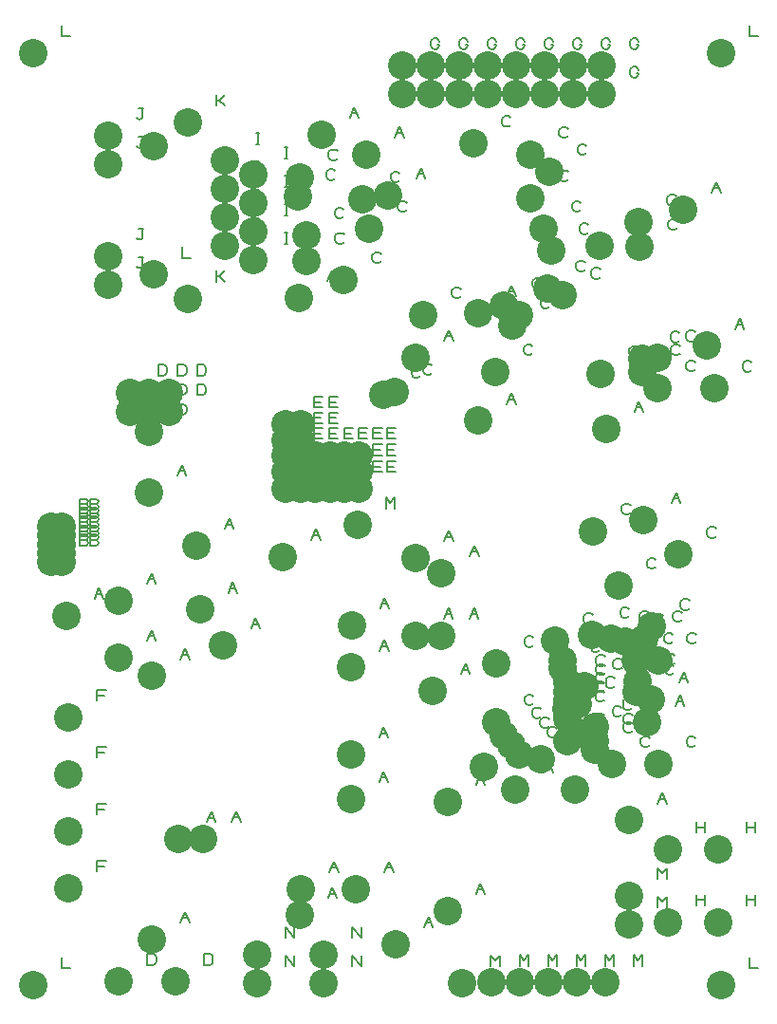
<source format=gbr>
G04 DesignSpark PCB Gerber Version 11.0 Build 5877*
G04 #@! TF.Part,Single*
G04 #@! TF.FileFunction,Drillmap*
G04 #@! TF.FilePolarity,Positive*
%FSLAX35Y35*%
%MOMM*%
%ADD88C,0.12700*%
G04 #@! TA.AperFunction,ViaPad*
%ADD117C,2.54000*%
G04 #@! TD.AperFunction*
X0Y0D02*
D02*
D88*
X572310Y564690D02*
Y469440D01*
X651690D01*
X572310Y8884690D02*
Y8789440D01*
X651690D01*
X792870Y4292070D02*
X808750Y4284130D01*
X816690Y4268260D01*
X808750Y4252380D01*
X792870Y4244440D01*
X737310D01*
Y4339690D01*
X792870D01*
X808750Y4331760D01*
X816690Y4315880D01*
X808750Y4300010D01*
X792870Y4292070D01*
X737310D01*
X792870Y4372070D02*
X808750Y4364130D01*
X816690Y4348260D01*
X808750Y4332380D01*
X792870Y4324440D01*
X737310D01*
Y4419690D01*
X792870D01*
X808750Y4411760D01*
X816690Y4395880D01*
X808750Y4380010D01*
X792870Y4372070D01*
X737310D01*
X792870Y4452070D02*
X808750Y4444130D01*
X816690Y4428260D01*
X808750Y4412380D01*
X792870Y4404440D01*
X737310D01*
Y4499690D01*
X792870D01*
X808750Y4491760D01*
X816690Y4475880D01*
X808750Y4460010D01*
X792870Y4452070D01*
X737310D01*
X792870Y4532070D02*
X808750Y4524130D01*
X816690Y4508260D01*
X808750Y4492380D01*
X792870Y4484440D01*
X737310D01*
Y4579690D01*
X792870D01*
X808750Y4571760D01*
X816690Y4555880D01*
X808750Y4540010D01*
X792870Y4532070D01*
X737310D01*
X792870Y4612070D02*
X808750Y4604130D01*
X816690Y4588260D01*
X808750Y4572380D01*
X792870Y4564440D01*
X737310D01*
Y4659690D01*
X792870D01*
X808750Y4651760D01*
X816690Y4635880D01*
X808750Y4620010D01*
X792870Y4612070D01*
X737310D01*
X882870Y4292070D02*
X898750Y4284130D01*
X906690Y4268260D01*
X898750Y4252380D01*
X882870Y4244440D01*
X827310D01*
Y4339690D01*
X882870D01*
X898750Y4331760D01*
X906690Y4315880D01*
X898750Y4300010D01*
X882870Y4292070D01*
X827310D01*
X882870Y4372070D02*
X898750Y4364130D01*
X906690Y4348260D01*
X898750Y4332380D01*
X882870Y4324440D01*
X827310D01*
Y4419690D01*
X882870D01*
X898750Y4411760D01*
X906690Y4395880D01*
X898750Y4380010D01*
X882870Y4372070D01*
X827310D01*
X882870Y4452070D02*
X898750Y4444130D01*
X906690Y4428260D01*
X898750Y4412380D01*
X882870Y4404440D01*
X827310D01*
Y4499690D01*
X882870D01*
X898750Y4491760D01*
X906690Y4475880D01*
X898750Y4460010D01*
X882870Y4452070D01*
X827310D01*
X882870Y4532070D02*
X898750Y4524130D01*
X906690Y4508260D01*
X898750Y4492380D01*
X882870Y4484440D01*
X827310D01*
Y4579690D01*
X882870D01*
X898750Y4571760D01*
X906690Y4555880D01*
X898750Y4540010D01*
X882870Y4532070D01*
X827310D01*
X882870Y4612070D02*
X898750Y4604130D01*
X906690Y4588260D01*
X898750Y4572380D01*
X882870Y4564440D01*
X827310D01*
Y4659690D01*
X882870D01*
X898750Y4651760D01*
X906690Y4635880D01*
X898750Y4620010D01*
X882870Y4612070D01*
X827310D01*
X869810Y3769440D02*
X909500Y3864690D01*
X949190Y3769440D01*
X885690Y3809130D02*
X933310D01*
X892310Y1335440D02*
Y1430690D01*
X971690D01*
X955810Y1383070D02*
X892310D01*
Y1843440D02*
Y1938690D01*
X971690D01*
X955810Y1891070D02*
X892310D01*
Y2351440D02*
Y2446690D01*
X971690D01*
X955810Y2399070D02*
X892310D01*
Y2859440D02*
Y2954690D01*
X971690D01*
X955810Y2907070D02*
X892310D01*
X1244350Y6734040D02*
X1252290Y6726100D01*
X1268160Y6718160D01*
X1284040Y6726100D01*
X1291980Y6734040D01*
Y6813410D01*
X1307850D01*
X1291980D02*
X1260230D01*
X1244350Y6988040D02*
X1252290Y6980100D01*
X1268160Y6972160D01*
X1284040Y6980100D01*
X1291980Y6988040D01*
Y7067410D01*
X1307850D01*
X1291980D02*
X1260230D01*
X1244350Y7808040D02*
X1252290Y7800100D01*
X1268160Y7792160D01*
X1284040Y7800100D01*
X1291980Y7808040D01*
Y7887410D01*
X1307850D01*
X1291980D02*
X1260230D01*
X1244350Y8062040D02*
X1252290Y8054100D01*
X1268160Y8046160D01*
X1284040Y8054100D01*
X1291980Y8062040D01*
Y8141410D01*
X1307850D01*
X1291980D02*
X1260230D01*
X1338310Y3395200D02*
X1378000Y3490450D01*
X1417690Y3395200D01*
X1354190Y3434890D02*
X1401810D01*
X1338310Y3903200D02*
X1378000Y3998450D01*
X1417690Y3903200D01*
X1354190Y3942890D02*
X1401810D01*
X1342310Y501940D02*
Y597190D01*
X1389940D01*
X1405810Y589260D01*
X1413750Y581320D01*
X1421690Y565440D01*
Y533690D01*
X1413750Y517820D01*
X1405810Y509880D01*
X1389940Y501940D01*
X1342310D01*
X1437310Y5584440D02*
Y5679690D01*
X1484940D01*
X1500810Y5671760D01*
X1508750Y5663820D01*
X1516690Y5647940D01*
Y5616190D01*
X1508750Y5600320D01*
X1500810Y5592380D01*
X1484940Y5584440D01*
X1437310D01*
Y5759440D02*
Y5854690D01*
X1484940D01*
X1500810Y5846760D01*
X1508750Y5838820D01*
X1516690Y5822940D01*
Y5791190D01*
X1508750Y5775320D01*
X1500810Y5767380D01*
X1484940Y5759440D01*
X1437310D01*
X1609810Y4869440D02*
X1649500Y4964690D01*
X1689190Y4869440D01*
X1625690Y4909130D02*
X1673310D01*
X1612310Y5409440D02*
Y5504690D01*
X1659940D01*
X1675810Y5496760D01*
X1683750Y5488820D01*
X1691690Y5472940D01*
Y5441190D01*
X1683750Y5425320D01*
X1675810Y5417380D01*
X1659940Y5409440D01*
X1612310D01*
Y5584440D02*
Y5679690D01*
X1659940D01*
X1675810Y5671760D01*
X1683750Y5663820D01*
X1691690Y5647940D01*
Y5616190D01*
X1683750Y5600320D01*
X1675810Y5592380D01*
X1659940Y5584440D01*
X1612310D01*
Y5759440D02*
Y5854690D01*
X1659940D01*
X1675810Y5846760D01*
X1683750Y5838820D01*
X1691690Y5822940D01*
Y5791190D01*
X1683750Y5775320D01*
X1675810Y5767380D01*
X1659940Y5759440D01*
X1612310D01*
X1637310Y881940D02*
X1677000Y977190D01*
X1716690Y881940D01*
X1653190Y921630D02*
X1700810D01*
X1637310Y3229440D02*
X1677000Y3324690D01*
X1716690Y3229440D01*
X1653190Y3269130D02*
X1700810D01*
X1650350Y6905910D02*
Y6810660D01*
X1729730D01*
X1650350Y8048910D02*
Y7953660D01*
X1729730D01*
X1787310Y5584440D02*
Y5679690D01*
X1834940D01*
X1850810Y5671760D01*
X1858750Y5663820D01*
X1866690Y5647940D01*
Y5616190D01*
X1858750Y5600320D01*
X1850810Y5592380D01*
X1834940Y5584440D01*
X1787310D01*
Y5759440D02*
Y5854690D01*
X1834940D01*
X1850810Y5846760D01*
X1858750Y5838820D01*
X1866690Y5822940D01*
Y5791190D01*
X1858750Y5775320D01*
X1850810Y5767380D01*
X1834940Y5759440D01*
X1787310D01*
X1847310Y501940D02*
Y597190D01*
X1894940D01*
X1910810Y589260D01*
X1918750Y581320D01*
X1926690Y565440D01*
Y533690D01*
X1918750Y517820D01*
X1910810Y509880D01*
X1894940Y501940D01*
X1847310D01*
X1870350Y1774440D02*
X1910040Y1869690D01*
X1949730Y1774440D01*
X1886230Y1814130D02*
X1933850D01*
X1955350Y6597160D02*
Y6692410D01*
Y6644790D02*
X1979160D01*
X2034730Y6692410D01*
X1979160Y6644790D02*
X2034730Y6597160D01*
X1955350Y8167160D02*
Y8262410D01*
Y8214790D02*
X1979160D01*
X2034730Y8262410D01*
X1979160Y8214790D02*
X2034730Y8167160D01*
X2032310Y4391940D02*
X2072000Y4487190D01*
X2111690Y4391940D01*
X2048190Y4431630D02*
X2095810D01*
X2064810Y3821940D02*
X2104500Y3917190D01*
X2144190Y3821940D01*
X2080690Y3861630D02*
X2128310D01*
X2095350Y1779440D02*
X2135040Y1874690D01*
X2174730Y1779440D01*
X2111230Y1819130D02*
X2158850D01*
X2267310Y3501940D02*
X2307000Y3597190D01*
X2346690Y3501940D01*
X2283190Y3541630D02*
X2330810D01*
X2309160Y7064660D02*
X2340910D01*
X2325040D02*
Y7159910D01*
X2309160D02*
X2340910D01*
X2309160Y7318660D02*
X2340910D01*
X2325040D02*
Y7413910D01*
X2309160D02*
X2340910D01*
X2309160Y7572660D02*
X2340910D01*
X2325040D02*
Y7667910D01*
X2309160D02*
X2340910D01*
X2309160Y7826660D02*
X2340910D01*
X2325040D02*
Y7921910D01*
X2309160D02*
X2340910D01*
X2563160Y6937660D02*
X2594910D01*
X2579040D02*
Y7032910D01*
X2563160D02*
X2594910D01*
X2563160Y7191660D02*
X2594910D01*
X2579040D02*
Y7286910D01*
X2563160D02*
X2594910D01*
X2563160Y7445660D02*
X2594910D01*
X2579040D02*
Y7540910D01*
X2563160D02*
X2594910D01*
X2563160Y7699660D02*
X2594910D01*
X2579040D02*
Y7794910D01*
X2563160D02*
X2594910D01*
X2570350Y487160D02*
Y582410D01*
X2649730Y487160D01*
Y582410D01*
X2570350Y741160D02*
Y836410D01*
X2649730Y741160D01*
Y836410D01*
X2807310Y4294440D02*
X2847000Y4389690D01*
X2886690Y4294440D01*
X2823190Y4334130D02*
X2870810D01*
X2827310Y4899440D02*
Y4994690D01*
X2906690D01*
X2890810Y4947070D02*
X2827310D01*
Y4899440D02*
X2906690D01*
X2827310Y5054440D02*
Y5149690D01*
X2906690D01*
X2890810Y5102070D02*
X2827310D01*
Y5054440D02*
X2906690D01*
X2827310Y5194440D02*
Y5289690D01*
X2906690D01*
X2890810Y5242070D02*
X2827310D01*
Y5194440D02*
X2906690D01*
X2827310Y5334440D02*
Y5429690D01*
X2906690D01*
X2890810Y5382070D02*
X2827310D01*
Y5334440D02*
X2906690D01*
X2827310Y5474440D02*
Y5569690D01*
X2906690D01*
X2890810Y5522070D02*
X2827310D01*
Y5474440D02*
X2906690D01*
X3016690Y7520320D02*
X3008750Y7512380D01*
X2992870Y7504440D01*
X2969060D01*
X2953190Y7512380D01*
X2945250Y7520320D01*
X2937310Y7536190D01*
Y7567940D01*
X2945250Y7583820D01*
X2953190Y7591760D01*
X2969060Y7599690D01*
X2992870D01*
X3008750Y7591760D01*
X3016690Y7583820D01*
X2949810Y6599440D02*
X2989500Y6694690D01*
X3029190Y6599440D01*
X2965690Y6639130D02*
X3013310D01*
X2952310Y1096440D02*
X2992000Y1191690D01*
X3031690Y1096440D01*
X2968190Y1136130D02*
X3015810D01*
X2957310Y5049440D02*
Y5144690D01*
X3036690D01*
X3020810Y5097070D02*
X2957310D01*
Y5049440D02*
X3036690D01*
X3037800Y7696430D02*
X3029860Y7688490D01*
X3013980Y7680550D01*
X2990170D01*
X2974300Y7688490D01*
X2966360Y7696430D01*
X2958420Y7712300D01*
Y7744050D01*
X2966360Y7759930D01*
X2974300Y7767870D01*
X2990170Y7775800D01*
X3013980D01*
X3029860Y7767870D01*
X3037800Y7759930D01*
X2960350Y4899440D02*
Y4994690D01*
X3039730D01*
X3023850Y4947070D02*
X2960350D01*
Y4899440D02*
X3039730D01*
X2960350Y5194440D02*
Y5289690D01*
X3039730D01*
X3023850Y5242070D02*
X2960350D01*
Y5194440D02*
X3039730D01*
X2960350Y5334440D02*
Y5429690D01*
X3039730D01*
X3023850Y5382070D02*
X2960350D01*
Y5334440D02*
X3039730D01*
X2960350Y5474440D02*
Y5569690D01*
X3039730D01*
X3023850Y5522070D02*
X2960350D01*
Y5474440D02*
X3039730D01*
X2967310Y1327160D02*
X3007000Y1422410D01*
X3046690Y1327160D01*
X2983190Y1366850D02*
X3030810D01*
X3091690Y7177820D02*
X3083750Y7169880D01*
X3067870Y7161940D01*
X3044060D01*
X3028190Y7169880D01*
X3020250Y7177820D01*
X3012310Y7193690D01*
Y7225440D01*
X3020250Y7241320D01*
X3028190Y7249260D01*
X3044060Y7257190D01*
X3067870D01*
X3083750Y7249260D01*
X3091690Y7241320D01*
X3096690Y6951320D02*
X3088750Y6943380D01*
X3072870Y6935440D01*
X3049060D01*
X3033190Y6943380D01*
X3025250Y6951320D01*
X3017310Y6967190D01*
Y6998940D01*
X3025250Y7014820D01*
X3033190Y7022760D01*
X3049060Y7030690D01*
X3072870D01*
X3088750Y7022760D01*
X3096690Y7014820D01*
X3092310Y4899440D02*
Y4994690D01*
X3171690D01*
X3155810Y4947070D02*
X3092310D01*
Y4899440D02*
X3171690D01*
X3092310Y5049440D02*
Y5144690D01*
X3171690D01*
X3155810Y5097070D02*
X3092310D01*
Y5049440D02*
X3171690D01*
X3097310Y5194440D02*
Y5289690D01*
X3176690D01*
X3160810Y5242070D02*
X3097310D01*
Y5194440D02*
X3176690D01*
X3148010Y8059440D02*
X3187700Y8154690D01*
X3227390Y8059440D01*
X3163890Y8099130D02*
X3211510D01*
X3170350Y487160D02*
Y582410D01*
X3249730Y487160D01*
Y582410D01*
X3170350Y741160D02*
Y836410D01*
X3249730Y741160D01*
Y836410D01*
X3227310Y4899440D02*
Y4994690D01*
X3306690D01*
X3290810Y4947070D02*
X3227310D01*
Y4899440D02*
X3306690D01*
X3227310Y5049440D02*
Y5144690D01*
X3306690D01*
X3290810Y5097070D02*
X3227310D01*
Y5049440D02*
X3306690D01*
X3227310Y5199440D02*
Y5294690D01*
X3306690D01*
X3290810Y5247070D02*
X3227310D01*
Y5199440D02*
X3306690D01*
X3426690Y6780320D02*
X3418750Y6772380D01*
X3402870Y6764440D01*
X3379060D01*
X3363190Y6772380D01*
X3355250Y6780320D01*
X3347310Y6796190D01*
Y6827940D01*
X3355250Y6843820D01*
X3363190Y6851760D01*
X3379060Y6859690D01*
X3402870D01*
X3418750Y6851760D01*
X3426690Y6843820D01*
X3357310Y4899440D02*
Y4994690D01*
X3436690D01*
X3420810Y4947070D02*
X3357310D01*
Y4899440D02*
X3436690D01*
X3357310Y5049440D02*
Y5144690D01*
X3436690D01*
X3420810Y5097070D02*
X3357310D01*
Y5049440D02*
X3436690D01*
X3357310Y5199440D02*
Y5294690D01*
X3436690D01*
X3420810Y5247070D02*
X3357310D01*
Y5199440D02*
X3436690D01*
X3409810Y2131940D02*
X3449500Y2227190D01*
X3489190Y2131940D01*
X3425690Y2171630D02*
X3473310D01*
X3409810Y2526940D02*
X3449500Y2622190D01*
X3489190Y2526940D01*
X3425690Y2566630D02*
X3473310D01*
X3414810Y3304440D02*
X3454500Y3399690D01*
X3494190Y3304440D01*
X3430690Y3344130D02*
X3478310D01*
X3417310Y3684440D02*
X3457000Y3779690D01*
X3496690Y3684440D01*
X3433190Y3724130D02*
X3480810D01*
X3457310Y1327160D02*
X3497000Y1422410D01*
X3536690Y1327160D01*
X3473190Y1366850D02*
X3520810D01*
X3469840Y4575200D02*
Y4670450D01*
X3509530Y4622830D01*
X3549220Y4670450D01*
Y4575200D01*
X3477310Y4899440D02*
Y4994690D01*
X3556690D01*
X3540810Y4947070D02*
X3477310D01*
Y4899440D02*
X3556690D01*
X3477310Y5049440D02*
Y5144690D01*
X3556690D01*
X3540810Y5097070D02*
X3477310D01*
Y5049440D02*
X3556690D01*
X3477310Y5199440D02*
Y5294690D01*
X3556690D01*
X3540810Y5247070D02*
X3477310D01*
Y5199440D02*
X3556690D01*
X3591690Y7500320D02*
X3583750Y7492380D01*
X3567870Y7484440D01*
X3544060D01*
X3528190Y7492380D01*
X3520250Y7500320D01*
X3512310Y7516190D01*
Y7547940D01*
X3520250Y7563820D01*
X3528190Y7571760D01*
X3544060Y7579690D01*
X3567870D01*
X3583750Y7571760D01*
X3591690Y7563820D01*
X3552310Y7884440D02*
X3592000Y7979690D01*
X3631690Y7884440D01*
X3568190Y7924130D02*
X3615810D01*
X3656690Y7237820D02*
X3648750Y7229880D01*
X3632870Y7221940D01*
X3609060D01*
X3593190Y7229880D01*
X3585250Y7237820D01*
X3577310Y7253690D01*
Y7285440D01*
X3585250Y7301320D01*
X3593190Y7309260D01*
X3609060Y7317190D01*
X3632870D01*
X3648750Y7309260D01*
X3656690Y7301320D01*
X3776690Y5757820D02*
X3768750Y5749880D01*
X3752870Y5741940D01*
X3729060D01*
X3713190Y5749880D01*
X3705250Y5757820D01*
X3697310Y5773690D01*
Y5805440D01*
X3705250Y5821320D01*
X3713190Y5829260D01*
X3729060Y5837190D01*
X3752870D01*
X3768750Y5829260D01*
X3776690Y5821320D01*
X3742310Y7519440D02*
X3782000Y7614690D01*
X3821690Y7519440D01*
X3758190Y7559130D02*
X3805810D01*
X3881690Y5782820D02*
X3873750Y5774880D01*
X3857870Y5766940D01*
X3834060D01*
X3818190Y5774880D01*
X3810250Y5782820D01*
X3802310Y5798690D01*
Y5830440D01*
X3810250Y5846320D01*
X3818190Y5854260D01*
X3834060Y5862190D01*
X3857870D01*
X3873750Y5854260D01*
X3881690Y5846320D01*
X3809810Y839440D02*
X3849500Y934690D01*
X3889190Y839440D01*
X3825690Y879130D02*
X3873310D01*
X3925370Y8459130D02*
X3949190D01*
Y8451190D01*
X3941250Y8435320D01*
X3933310Y8427380D01*
X3917440Y8419440D01*
X3901560D01*
X3885690Y8427380D01*
X3877750Y8435320D01*
X3869810Y8451190D01*
Y8482940D01*
X3877750Y8498820D01*
X3885690Y8506760D01*
X3901560Y8514690D01*
X3917440D01*
X3933310Y8506760D01*
X3941250Y8498820D01*
X3949190Y8482940D01*
X3925370Y8713130D02*
X3949190D01*
Y8705190D01*
X3941250Y8689320D01*
X3933310Y8681380D01*
X3917440Y8673440D01*
X3901560D01*
X3885690Y8681380D01*
X3877750Y8689320D01*
X3869810Y8705190D01*
Y8736940D01*
X3877750Y8752820D01*
X3885690Y8760760D01*
X3901560Y8768690D01*
X3917440D01*
X3933310Y8760760D01*
X3941250Y8752820D01*
X3949190Y8736940D01*
X3989010Y3591940D02*
X4028700Y3687190D01*
X4068390Y3591940D01*
X4004890Y3631630D02*
X4052510D01*
X3990010Y4281940D02*
X4029700Y4377190D01*
X4069390Y4281940D01*
X4005890Y4321630D02*
X4053510D01*
X3992310Y6069440D02*
X4032000Y6164690D01*
X4071690Y6069440D01*
X4008190Y6109130D02*
X4055810D01*
X4136690Y6467820D02*
X4128750Y6459880D01*
X4112870Y6451940D01*
X4089060D01*
X4073190Y6459880D01*
X4065250Y6467820D01*
X4057310Y6483690D01*
Y6515440D01*
X4065250Y6531320D01*
X4073190Y6539260D01*
X4089060Y6547190D01*
X4112870D01*
X4128750Y6539260D01*
X4136690Y6531320D01*
X4179370Y8459130D02*
X4203190D01*
Y8451190D01*
X4195250Y8435320D01*
X4187310Y8427380D01*
X4171440Y8419440D01*
X4155560D01*
X4139690Y8427380D01*
X4131750Y8435320D01*
X4123810Y8451190D01*
Y8482940D01*
X4131750Y8498820D01*
X4139690Y8506760D01*
X4155560Y8514690D01*
X4171440D01*
X4187310Y8506760D01*
X4195250Y8498820D01*
X4203190Y8482940D01*
X4179370Y8713130D02*
X4203190D01*
Y8705190D01*
X4195250Y8689320D01*
X4187310Y8681380D01*
X4171440Y8673440D01*
X4155560D01*
X4139690Y8681380D01*
X4131750Y8689320D01*
X4123810Y8705190D01*
Y8736940D01*
X4131750Y8752820D01*
X4139690Y8760760D01*
X4155560Y8768690D01*
X4171440D01*
X4187310Y8760760D01*
X4195250Y8752820D01*
X4203190Y8736940D01*
X4139810Y3094440D02*
X4179500Y3189690D01*
X4219190Y3094440D01*
X4155690Y3134130D02*
X4203310D01*
X4217310Y3591940D02*
X4257000Y3687190D01*
X4296690Y3591940D01*
X4233190Y3631630D02*
X4280810D01*
X4219810Y4149440D02*
X4259500Y4244690D01*
X4299190Y4149440D01*
X4235690Y4189130D02*
X4283310D01*
X4272310Y1134440D02*
X4312000Y1229690D01*
X4351690Y1134440D01*
X4288190Y1174130D02*
X4335810D01*
X4272310Y2106940D02*
X4312000Y2202190D01*
X4351690Y2106940D01*
X4288190Y2146630D02*
X4335810D01*
X4433370Y8459130D02*
X4457190D01*
Y8451190D01*
X4449250Y8435320D01*
X4441310Y8427380D01*
X4425440Y8419440D01*
X4409560D01*
X4393690Y8427380D01*
X4385750Y8435320D01*
X4377810Y8451190D01*
Y8482940D01*
X4385750Y8498820D01*
X4393690Y8506760D01*
X4409560Y8514690D01*
X4425440D01*
X4441310Y8506760D01*
X4449250Y8498820D01*
X4457190Y8482940D01*
X4433370Y8713130D02*
X4457190D01*
Y8705190D01*
X4449250Y8689320D01*
X4441310Y8681380D01*
X4425440Y8673440D01*
X4409560D01*
X4393690Y8681380D01*
X4385750Y8689320D01*
X4377810Y8705190D01*
Y8736940D01*
X4385750Y8752820D01*
X4393690Y8760760D01*
X4409560Y8768690D01*
X4425440D01*
X4441310Y8760760D01*
X4449250Y8752820D01*
X4457190Y8736940D01*
X4405640Y491120D02*
Y586370D01*
X4445330Y538750D01*
X4485020Y586370D01*
Y491120D01*
X4584190Y7995320D02*
X4576250Y7987380D01*
X4560370Y7979440D01*
X4536560D01*
X4520690Y7987380D01*
X4512750Y7995320D01*
X4504810Y8011190D01*
Y8042940D01*
X4512750Y8058820D01*
X4520690Y8066760D01*
X4536560Y8074690D01*
X4560370D01*
X4576250Y8066760D01*
X4584190Y8058820D01*
X4549810Y5506940D02*
X4589500Y5602190D01*
X4629190Y5506940D01*
X4565690Y5546630D02*
X4613310D01*
X4549810Y6469440D02*
X4589500Y6564690D01*
X4629190Y6469440D01*
X4565690Y6509130D02*
X4613310D01*
X4602310Y2416940D02*
X4642000Y2512190D01*
X4681690Y2416940D01*
X4618190Y2456630D02*
X4665810D01*
X4687370Y8459130D02*
X4711190D01*
Y8451190D01*
X4703250Y8435320D01*
X4695310Y8427380D01*
X4679440Y8419440D01*
X4663560D01*
X4647690Y8427380D01*
X4639750Y8435320D01*
X4631810Y8451190D01*
Y8482940D01*
X4639750Y8498820D01*
X4647690Y8506760D01*
X4663560Y8514690D01*
X4679440D01*
X4695310Y8506760D01*
X4703250Y8498820D01*
X4711190Y8482940D01*
X4687370Y8713130D02*
X4711190D01*
Y8705190D01*
X4703250Y8689320D01*
X4695310Y8681380D01*
X4679440Y8673440D01*
X4663560D01*
X4647690Y8681380D01*
X4639750Y8689320D01*
X4631810Y8705190D01*
Y8736940D01*
X4639750Y8752820D01*
X4647690Y8760760D01*
X4663560Y8768690D01*
X4679440D01*
X4695310Y8760760D01*
X4703250Y8752820D01*
X4711190Y8736940D01*
X4663810Y494440D02*
Y589690D01*
X4703500Y542070D01*
X4743190Y589690D01*
Y494440D01*
X4779190Y5957820D02*
X4771250Y5949880D01*
X4755370Y5941940D01*
X4731560D01*
X4715690Y5949880D01*
X4707750Y5957820D01*
X4699810Y5973690D01*
Y6005440D01*
X4707750Y6021320D01*
X4715690Y6029260D01*
X4731560Y6037190D01*
X4755370D01*
X4771250Y6029260D01*
X4779190Y6021320D01*
X4786690Y2835320D02*
X4778750Y2827380D01*
X4762870Y2819440D01*
X4739060D01*
X4723190Y2827380D01*
X4715250Y2835320D01*
X4707310Y2851190D01*
Y2882940D01*
X4715250Y2898820D01*
X4723190Y2906760D01*
X4739060Y2914690D01*
X4762870D01*
X4778750Y2906760D01*
X4786690Y2898820D01*
Y3355320D02*
X4778750Y3347380D01*
X4762870Y3339440D01*
X4739060D01*
X4723190Y3347380D01*
X4715250Y3355320D01*
X4707310Y3371190D01*
Y3402940D01*
X4715250Y3418820D01*
X4723190Y3426760D01*
X4739060Y3434690D01*
X4762870D01*
X4778750Y3426760D01*
X4786690Y3418820D01*
X4854190Y2717820D02*
X4846250Y2709880D01*
X4830370Y2701940D01*
X4806560D01*
X4790690Y2709880D01*
X4782750Y2717820D01*
X4774810Y2733690D01*
Y2765440D01*
X4782750Y2781320D01*
X4790690Y2789260D01*
X4806560Y2797190D01*
X4830370D01*
X4846250Y2789260D01*
X4854190Y2781320D01*
Y6550320D02*
X4846250Y6542380D01*
X4830370Y6534440D01*
X4806560D01*
X4790690Y6542380D01*
X4782750Y6550320D01*
X4774810Y6566190D01*
Y6597940D01*
X4782750Y6613820D01*
X4790690Y6621760D01*
X4806560Y6629690D01*
X4830370D01*
X4846250Y6621760D01*
X4854190Y6613820D01*
X4924190Y2630320D02*
X4916250Y2622380D01*
X4900370Y2614440D01*
X4876560D01*
X4860690Y2622380D01*
X4852750Y2630320D01*
X4844810Y2646190D01*
Y2677940D01*
X4852750Y2693820D01*
X4860690Y2701760D01*
X4876560Y2709690D01*
X4900370D01*
X4916250Y2701760D01*
X4924190Y2693820D01*
X4929190Y6375320D02*
X4921250Y6367380D01*
X4905370Y6359440D01*
X4881560D01*
X4865690Y6367380D01*
X4857750Y6375320D01*
X4849810Y6391190D01*
Y6422940D01*
X4857750Y6438820D01*
X4865690Y6446760D01*
X4881560Y6454690D01*
X4905370D01*
X4921250Y6446760D01*
X4929190Y6438820D01*
X4879810Y2216940D02*
X4919500Y2312190D01*
X4959190Y2216940D01*
X4895690Y2256630D02*
X4943310D01*
X4941370Y8459130D02*
X4965190D01*
Y8451190D01*
X4957250Y8435320D01*
X4949310Y8427380D01*
X4933440Y8419440D01*
X4917560D01*
X4901690Y8427380D01*
X4893750Y8435320D01*
X4885810Y8451190D01*
Y8482940D01*
X4893750Y8498820D01*
X4901690Y8506760D01*
X4917560Y8514690D01*
X4933440D01*
X4949310Y8506760D01*
X4957250Y8498820D01*
X4965190Y8482940D01*
X4941370Y8713130D02*
X4965190D01*
Y8705190D01*
X4957250Y8689320D01*
X4949310Y8681380D01*
X4933440Y8673440D01*
X4917560D01*
X4901690Y8681380D01*
X4893750Y8689320D01*
X4885810Y8705190D01*
Y8736940D01*
X4893750Y8752820D01*
X4901690Y8760760D01*
X4917560Y8768690D01*
X4933440D01*
X4949310Y8760760D01*
X4957250Y8752820D01*
X4965190Y8736940D01*
X4994190Y2545320D02*
X4986250Y2537380D01*
X4970370Y2529440D01*
X4946560D01*
X4930690Y2537380D01*
X4922750Y2545320D01*
X4914810Y2561190D01*
Y2592940D01*
X4922750Y2608820D01*
X4930690Y2616760D01*
X4946560Y2624690D01*
X4970370D01*
X4986250Y2616760D01*
X4994190Y2608820D01*
Y6462820D02*
X4986250Y6454880D01*
X4970370Y6446940D01*
X4946560D01*
X4930690Y6454880D01*
X4922750Y6462820D01*
X4914810Y6478690D01*
Y6510440D01*
X4922750Y6526320D01*
X4930690Y6534260D01*
X4946560Y6542190D01*
X4970370D01*
X4986250Y6534260D01*
X4994190Y6526320D01*
X4917810Y494440D02*
Y589690D01*
X4957500Y542070D01*
X4997190Y589690D01*
Y494440D01*
X5094190Y7510320D02*
X5086250Y7502380D01*
X5070370Y7494440D01*
X5046560D01*
X5030690Y7502380D01*
X5022750Y7510320D01*
X5014810Y7526190D01*
Y7557940D01*
X5022750Y7573820D01*
X5030690Y7581760D01*
X5046560Y7589690D01*
X5070370D01*
X5086250Y7581760D01*
X5094190Y7573820D01*
Y7895320D02*
X5086250Y7887380D01*
X5070370Y7879440D01*
X5046560D01*
X5030690Y7887380D01*
X5022750Y7895320D01*
X5014810Y7911190D01*
Y7942940D01*
X5022750Y7958820D01*
X5030690Y7966760D01*
X5046560Y7974690D01*
X5070370D01*
X5086250Y7966760D01*
X5094190Y7958820D01*
X5186390Y2505320D02*
X5178450Y2497380D01*
X5162570Y2489440D01*
X5138760D01*
X5122890Y2497380D01*
X5114950Y2505320D01*
X5107010Y2521190D01*
Y2552940D01*
X5114950Y2568820D01*
X5122890Y2576760D01*
X5138760Y2584690D01*
X5162570D01*
X5178450Y2576760D01*
X5186390Y2568820D01*
X5209190Y7235320D02*
X5201250Y7227380D01*
X5185370Y7219440D01*
X5161560D01*
X5145690Y7227380D01*
X5137750Y7235320D01*
X5129810Y7251190D01*
Y7282940D01*
X5137750Y7298820D01*
X5145690Y7306760D01*
X5161560Y7314690D01*
X5185370D01*
X5201250Y7306760D01*
X5209190Y7298820D01*
X5195370Y8459130D02*
X5219190D01*
Y8451190D01*
X5211250Y8435320D01*
X5203310Y8427380D01*
X5187440Y8419440D01*
X5171560D01*
X5155690Y8427380D01*
X5147750Y8435320D01*
X5139810Y8451190D01*
Y8482940D01*
X5147750Y8498820D01*
X5155690Y8506760D01*
X5171560Y8514690D01*
X5187440D01*
X5203310Y8506760D01*
X5211250Y8498820D01*
X5219190Y8482940D01*
X5195370Y8713130D02*
X5219190D01*
Y8705190D01*
X5211250Y8689320D01*
X5203310Y8681380D01*
X5187440Y8673440D01*
X5171560D01*
X5155690Y8681380D01*
X5147750Y8689320D01*
X5139810Y8705190D01*
Y8736940D01*
X5147750Y8752820D01*
X5155690Y8760760D01*
X5171560Y8768690D01*
X5187440D01*
X5203310Y8760760D01*
X5211250Y8752820D01*
X5219190Y8736940D01*
X5246690Y6705320D02*
X5238750Y6697380D01*
X5222870Y6689440D01*
X5199060D01*
X5183190Y6697380D01*
X5175250Y6705320D01*
X5167310Y6721190D01*
Y6752940D01*
X5175250Y6768820D01*
X5183190Y6776760D01*
X5199060Y6784690D01*
X5222870D01*
X5238750Y6776760D01*
X5246690Y6768820D01*
X5171810Y494440D02*
Y589690D01*
X5211500Y542070D01*
X5251190Y589690D01*
Y494440D01*
X5259190Y7742820D02*
X5251250Y7734880D01*
X5235370Y7726940D01*
X5211560D01*
X5195690Y7734880D01*
X5187750Y7742820D01*
X5179810Y7758690D01*
Y7790440D01*
X5187750Y7806320D01*
X5195690Y7814260D01*
X5211560Y7822190D01*
X5235370D01*
X5251250Y7814260D01*
X5259190Y7806320D01*
X5276690Y7037820D02*
X5268750Y7029880D01*
X5252870Y7021940D01*
X5229060D01*
X5213190Y7029880D01*
X5205250Y7037820D01*
X5197310Y7053690D01*
Y7085440D01*
X5205250Y7101320D01*
X5213190Y7109260D01*
X5229060Y7117190D01*
X5252870D01*
X5268750Y7109260D01*
X5276690Y7101320D01*
X5314190Y3557820D02*
X5306250Y3549880D01*
X5290370Y3541940D01*
X5266560D01*
X5250690Y3549880D01*
X5242750Y3557820D01*
X5234810Y3573690D01*
Y3605440D01*
X5242750Y3621320D01*
X5250690Y3629260D01*
X5266560Y3637190D01*
X5290370D01*
X5306250Y3629260D01*
X5314190Y3621320D01*
X5376690Y3312820D02*
X5368750Y3304880D01*
X5352870Y3296940D01*
X5329060D01*
X5313190Y3304880D01*
X5305250Y3312820D01*
X5297310Y3328690D01*
Y3360440D01*
X5305250Y3376320D01*
X5313190Y3384260D01*
X5329060Y3392190D01*
X5352870D01*
X5368750Y3384260D01*
X5376690Y3376320D01*
Y3385320D02*
X5368750Y3377380D01*
X5352870Y3369440D01*
X5329060D01*
X5313190Y3377380D01*
X5305250Y3385320D01*
X5297310Y3401190D01*
Y3432940D01*
X5305250Y3448820D01*
X5313190Y3456760D01*
X5329060Y3464690D01*
X5352870D01*
X5368750Y3456760D01*
X5376690Y3448820D01*
X5381690Y6640320D02*
X5373750Y6632380D01*
X5357870Y6624440D01*
X5334060D01*
X5318190Y6632380D01*
X5310250Y6640320D01*
X5302310Y6656190D01*
Y6687940D01*
X5310250Y6703820D01*
X5318190Y6711760D01*
X5334060Y6719690D01*
X5357870D01*
X5373750Y6711760D01*
X5381690Y6703820D01*
X5416690Y2950320D02*
X5408750Y2942380D01*
X5392870Y2934440D01*
X5369060D01*
X5353190Y2942380D01*
X5345250Y2950320D01*
X5337310Y2966190D01*
Y2997940D01*
X5345250Y3013820D01*
X5353190Y3021760D01*
X5369060Y3029690D01*
X5392870D01*
X5408750Y3021760D01*
X5416690Y3013820D01*
X5419190Y2662820D02*
X5411250Y2654880D01*
X5395370Y2646940D01*
X5371560D01*
X5355690Y2654880D01*
X5347750Y2662820D01*
X5339810Y2678690D01*
Y2710440D01*
X5347750Y2726320D01*
X5355690Y2734260D01*
X5371560Y2742190D01*
X5395370D01*
X5411250Y2734260D01*
X5419190Y2726320D01*
Y2865320D02*
X5411250Y2857380D01*
X5395370Y2849440D01*
X5371560D01*
X5355690Y2857380D01*
X5347750Y2865320D01*
X5339810Y2881190D01*
Y2912940D01*
X5347750Y2928820D01*
X5355690Y2936760D01*
X5371560Y2944690D01*
X5395370D01*
X5411250Y2936760D01*
X5419190Y2928820D01*
Y3025320D02*
X5411250Y3017380D01*
X5395370Y3009440D01*
X5371560D01*
X5355690Y3017380D01*
X5347750Y3025320D01*
X5339810Y3041190D01*
Y3072940D01*
X5347750Y3088820D01*
X5355690Y3096760D01*
X5371560Y3104690D01*
X5395370D01*
X5411250Y3096760D01*
X5419190Y3088820D01*
X5424190Y3185320D02*
X5416250Y3177380D01*
X5400370Y3169440D01*
X5376560D01*
X5360690Y3177380D01*
X5352750Y3185320D01*
X5344810Y3201190D01*
Y3232940D01*
X5352750Y3248820D01*
X5360690Y3256760D01*
X5376560Y3264690D01*
X5400370D01*
X5416250Y3256760D01*
X5424190Y3248820D01*
X5426690Y3105320D02*
X5418750Y3097380D01*
X5402870Y3089440D01*
X5379060D01*
X5363190Y3097380D01*
X5355250Y3105320D01*
X5347310Y3121190D01*
Y3152940D01*
X5355250Y3168820D01*
X5363190Y3176760D01*
X5379060Y3184690D01*
X5402870D01*
X5418750Y3176760D01*
X5426690Y3168820D01*
X5449370Y8459130D02*
X5473190D01*
Y8451190D01*
X5465250Y8435320D01*
X5457310Y8427380D01*
X5441440Y8419440D01*
X5425560D01*
X5409690Y8427380D01*
X5401750Y8435320D01*
X5393810Y8451190D01*
Y8482940D01*
X5401750Y8498820D01*
X5409690Y8506760D01*
X5425560Y8514690D01*
X5441440D01*
X5457310Y8506760D01*
X5465250Y8498820D01*
X5473190Y8482940D01*
X5449370Y8713130D02*
X5473190D01*
Y8705190D01*
X5465250Y8689320D01*
X5457310Y8681380D01*
X5441440Y8673440D01*
X5425560D01*
X5409690Y8681380D01*
X5401750Y8689320D01*
X5393810Y8705190D01*
Y8736940D01*
X5401750Y8752820D01*
X5409690Y8760760D01*
X5425560Y8768690D01*
X5441440D01*
X5457310Y8760760D01*
X5465250Y8752820D01*
X5473190Y8736940D01*
X5409810Y2211940D02*
X5449500Y2307190D01*
X5489190Y2211940D01*
X5425690Y2251630D02*
X5473310D01*
X5425810Y494440D02*
Y589690D01*
X5465500Y542070D01*
X5505190Y589690D01*
Y494440D01*
X5511690Y2989820D02*
X5503750Y2981880D01*
X5487870Y2973940D01*
X5464060D01*
X5448190Y2981880D01*
X5440250Y2989820D01*
X5432310Y3005690D01*
Y3037440D01*
X5440250Y3053320D01*
X5448190Y3061260D01*
X5464060Y3069190D01*
X5487870D01*
X5503750Y3061260D01*
X5511690Y3053320D01*
X5571690Y2732820D02*
X5563750Y2724880D01*
X5547870Y2716940D01*
X5524060D01*
X5508190Y2724880D01*
X5500250Y2732820D01*
X5492310Y2748690D01*
Y2780440D01*
X5500250Y2796320D01*
X5508190Y2804260D01*
X5524060Y2812190D01*
X5547870D01*
X5563750Y2804260D01*
X5571690Y2796320D01*
X5576690Y3152820D02*
X5568750Y3144880D01*
X5552870Y3136940D01*
X5529060D01*
X5513190Y3144880D01*
X5505250Y3152820D01*
X5497310Y3168690D01*
Y3200440D01*
X5505250Y3216320D01*
X5513190Y3224260D01*
X5529060Y3232190D01*
X5552870D01*
X5568750Y3224260D01*
X5576690Y3216320D01*
X5639190Y3612820D02*
X5631250Y3604880D01*
X5615370Y3596940D01*
X5591560D01*
X5575690Y3604880D01*
X5567750Y3612820D01*
X5559810Y3628690D01*
Y3660440D01*
X5567750Y3676320D01*
X5575690Y3684260D01*
X5591560Y3692190D01*
X5615370D01*
X5631250Y3684260D01*
X5639190Y3676320D01*
X5654190Y4537820D02*
X5646250Y4529880D01*
X5630370Y4521940D01*
X5606560D01*
X5590690Y4529880D01*
X5582750Y4537820D01*
X5574810Y4553690D01*
Y4585440D01*
X5582750Y4601320D01*
X5590690Y4609260D01*
X5606560Y4617190D01*
X5630370D01*
X5646250Y4609260D01*
X5654190Y4601320D01*
X5664190Y2794820D02*
X5656250Y2786880D01*
X5640370Y2778940D01*
X5616560D01*
X5600690Y2786880D01*
X5592750Y2794820D01*
X5584810Y2810690D01*
Y2842440D01*
X5592750Y2858320D01*
X5600690Y2866260D01*
X5616560Y2874190D01*
X5640370D01*
X5656250Y2866260D01*
X5664190Y2858320D01*
X5669190Y2662820D02*
X5661250Y2654880D01*
X5645370Y2646940D01*
X5621560D01*
X5605690Y2654880D01*
X5597750Y2662820D01*
X5589810Y2678690D01*
Y2710440D01*
X5597750Y2726320D01*
X5605690Y2734260D01*
X5621560Y2742190D01*
X5645370D01*
X5661250Y2734260D01*
X5669190Y2726320D01*
X5671690Y2590320D02*
X5663750Y2582380D01*
X5647870Y2574440D01*
X5624060D01*
X5608190Y2582380D01*
X5600250Y2590320D01*
X5592310Y2606190D01*
Y2637940D01*
X5600250Y2653820D01*
X5608190Y2661760D01*
X5624060Y2669690D01*
X5647870D01*
X5663750Y2661760D01*
X5671690Y2653820D01*
X5714190Y7080320D02*
X5706250Y7072380D01*
X5690370Y7064440D01*
X5666560D01*
X5650690Y7072380D01*
X5642750Y7080320D01*
X5634810Y7096190D01*
Y7127940D01*
X5642750Y7143820D01*
X5650690Y7151760D01*
X5666560Y7159690D01*
X5690370D01*
X5706250Y7151760D01*
X5714190Y7143820D01*
X5721690Y5942820D02*
X5713750Y5934880D01*
X5697870Y5926940D01*
X5674060D01*
X5658190Y5934880D01*
X5650250Y5942820D01*
X5642310Y5958690D01*
Y5990440D01*
X5650250Y6006320D01*
X5658190Y6014260D01*
X5674060Y6022190D01*
X5697870D01*
X5713750Y6014260D01*
X5721690Y6006320D01*
X5703370Y8459130D02*
X5727190D01*
Y8451190D01*
X5719250Y8435320D01*
X5711310Y8427380D01*
X5695440Y8419440D01*
X5679560D01*
X5663690Y8427380D01*
X5655750Y8435320D01*
X5647810Y8451190D01*
Y8482940D01*
X5655750Y8498820D01*
X5663690Y8506760D01*
X5679560Y8514690D01*
X5695440D01*
X5711310Y8506760D01*
X5719250Y8498820D01*
X5727190Y8482940D01*
X5703370Y8713130D02*
X5727190D01*
Y8705190D01*
X5719250Y8689320D01*
X5711310Y8681380D01*
X5695440Y8673440D01*
X5679560D01*
X5663690Y8681380D01*
X5655750Y8689320D01*
X5647810Y8705190D01*
Y8736940D01*
X5655750Y8752820D01*
X5663690Y8760760D01*
X5679560Y8768690D01*
X5695440D01*
X5711310Y8760760D01*
X5719250Y8752820D01*
X5727190Y8736940D01*
X5679810Y494440D02*
Y589690D01*
X5719500Y542070D01*
X5759190Y589690D01*
Y494440D01*
X5687310Y5434440D02*
X5727000Y5529690D01*
X5766690Y5434440D01*
X5703190Y5474130D02*
X5750810D01*
X5814190Y3575320D02*
X5806250Y3567380D01*
X5790370Y3559440D01*
X5766560D01*
X5750690Y3567380D01*
X5742750Y3575320D01*
X5734810Y3591190D01*
Y3622940D01*
X5742750Y3638820D01*
X5750690Y3646760D01*
X5766560Y3654690D01*
X5790370D01*
X5806250Y3646760D01*
X5814190Y3638820D01*
X5824190Y2462820D02*
X5816250Y2454880D01*
X5800370Y2446940D01*
X5776560D01*
X5760690Y2454880D01*
X5752750Y2462820D01*
X5744810Y2478690D01*
Y2510440D01*
X5752750Y2526320D01*
X5760690Y2534260D01*
X5776560Y2542190D01*
X5800370D01*
X5816250Y2534260D01*
X5824190Y2526320D01*
X5879190Y4050320D02*
X5871250Y4042380D01*
X5855370Y4034440D01*
X5831560D01*
X5815690Y4042380D01*
X5807750Y4050320D01*
X5799810Y4066190D01*
Y4097940D01*
X5807750Y4113820D01*
X5815690Y4121760D01*
X5831560Y4129690D01*
X5855370D01*
X5871250Y4121760D01*
X5879190Y4113820D01*
X5941690Y3550320D02*
X5933750Y3542380D01*
X5917870Y3534440D01*
X5894060D01*
X5878190Y3542380D01*
X5870250Y3550320D01*
X5862310Y3566190D01*
Y3597940D01*
X5870250Y3613820D01*
X5878190Y3621760D01*
X5894060Y3629690D01*
X5917870D01*
X5933750Y3621760D01*
X5941690Y3613820D01*
X5894810Y1941940D02*
X5934500Y2037190D01*
X5974190Y1941940D01*
X5910690Y1981630D02*
X5958310D01*
X5897310Y1016940D02*
Y1112190D01*
X5937000Y1064570D01*
X5976690Y1112190D01*
Y1016940D01*
X5897310Y1270940D02*
Y1366190D01*
X5937000Y1318570D01*
X5976690Y1366190D01*
Y1270940D01*
X6031690Y3382820D02*
X6023750Y3374880D01*
X6007870Y3366940D01*
X5984060D01*
X5968190Y3374880D01*
X5960250Y3382820D01*
X5952310Y3398690D01*
Y3430440D01*
X5960250Y3446320D01*
X5968190Y3454260D01*
X5984060Y3462190D01*
X6007870D01*
X6023750Y3454260D01*
X6031690Y3446320D01*
X6039190Y3105320D02*
X6031250Y3097380D01*
X6015370Y3089440D01*
X5991560D01*
X5975690Y3097380D01*
X5967750Y3105320D01*
X5959810Y3121190D01*
Y3152940D01*
X5967750Y3168820D01*
X5975690Y3176760D01*
X5991560Y3184690D01*
X6015370D01*
X6031250Y3176760D01*
X6039190Y3168820D01*
X6049190Y3195320D02*
X6041250Y3187380D01*
X6025370Y3179440D01*
X6001560D01*
X5985690Y3187380D01*
X5977750Y3195320D01*
X5969810Y3211190D01*
Y3242940D01*
X5977750Y3258820D01*
X5985690Y3266760D01*
X6001560Y3274690D01*
X6025370D01*
X6041250Y3266760D01*
X6049190Y3258820D01*
X6059190Y7292820D02*
X6051250Y7284880D01*
X6035370Y7276940D01*
X6011560D01*
X5995690Y7284880D01*
X5987750Y7292820D01*
X5979810Y7308690D01*
Y7340440D01*
X5987750Y7356320D01*
X5995690Y7364260D01*
X6011560Y7372190D01*
X6035370D01*
X6051250Y7364260D01*
X6059190Y7356320D01*
X6069190Y7075320D02*
X6061250Y7067380D01*
X6045370Y7059440D01*
X6021560D01*
X6005690Y7067380D01*
X5997750Y7075320D01*
X5989810Y7091190D01*
Y7122940D01*
X5997750Y7138820D01*
X6005690Y7146760D01*
X6021560Y7154690D01*
X6045370D01*
X6061250Y7146760D01*
X6069190Y7138820D01*
X6089190Y6072820D02*
X6081250Y6064880D01*
X6065370Y6056940D01*
X6041560D01*
X6025690Y6064880D01*
X6017750Y6072820D01*
X6009810Y6088690D01*
Y6120440D01*
X6017750Y6136320D01*
X6025690Y6144260D01*
X6041560Y6152190D01*
X6065370D01*
X6081250Y6144260D01*
X6089190Y6136320D01*
X6094190Y5955320D02*
X6086250Y5947380D01*
X6070370Y5939440D01*
X6046560D01*
X6030690Y5947380D01*
X6022750Y5955320D01*
X6014810Y5971190D01*
Y6002940D01*
X6022750Y6018820D01*
X6030690Y6026760D01*
X6046560Y6034690D01*
X6070370D01*
X6086250Y6026760D01*
X6094190Y6018820D01*
X6019810Y4621940D02*
X6059500Y4717190D01*
X6099190Y4621940D01*
X6035690Y4661630D02*
X6083310D01*
X6111690Y3577820D02*
X6103750Y3569880D01*
X6087870Y3561940D01*
X6064060D01*
X6048190Y3569880D01*
X6040250Y3577820D01*
X6032310Y3593690D01*
Y3625440D01*
X6040250Y3641320D01*
X6048190Y3649260D01*
X6064060Y3657190D01*
X6087870D01*
X6103750Y3649260D01*
X6111690Y3641320D01*
X6054810Y2814440D02*
X6094500Y2909690D01*
X6134190Y2814440D01*
X6070690Y2854130D02*
X6118310D01*
X6087310Y3019440D02*
X6127000Y3114690D01*
X6166690Y3019440D01*
X6103190Y3059130D02*
X6150810D01*
X6179190Y3685320D02*
X6171250Y3677380D01*
X6155370Y3669440D01*
X6131560D01*
X6115690Y3677380D01*
X6107750Y3685320D01*
X6099810Y3701190D01*
Y3732940D01*
X6107750Y3748820D01*
X6115690Y3756760D01*
X6131560Y3764690D01*
X6155370D01*
X6171250Y3756760D01*
X6179190Y3748820D01*
X6229190Y5812820D02*
X6221250Y5804880D01*
X6205370Y5796940D01*
X6181560D01*
X6165690Y5804880D01*
X6157750Y5812820D01*
X6149810Y5828690D01*
Y5860440D01*
X6157750Y5876320D01*
X6165690Y5884260D01*
X6181560Y5892190D01*
X6205370D01*
X6221250Y5884260D01*
X6229190Y5876320D01*
Y6080320D02*
X6221250Y6072380D01*
X6205370Y6064440D01*
X6181560D01*
X6165690Y6072380D01*
X6157750Y6080320D01*
X6149810Y6096190D01*
Y6127940D01*
X6157750Y6143820D01*
X6165690Y6151760D01*
X6181560Y6159690D01*
X6205370D01*
X6221250Y6151760D01*
X6229190Y6143820D01*
X6231690Y2460320D02*
X6223750Y2452380D01*
X6207870Y2444440D01*
X6184060D01*
X6168190Y2452380D01*
X6160250Y2460320D01*
X6152310Y2476190D01*
Y2507940D01*
X6160250Y2523820D01*
X6168190Y2531760D01*
X6184060Y2539690D01*
X6207870D01*
X6223750Y2531760D01*
X6231690Y2523820D01*
X6239190Y3382820D02*
X6231250Y3374880D01*
X6215370Y3366940D01*
X6191560D01*
X6175690Y3374880D01*
X6167750Y3382820D01*
X6159810Y3398690D01*
Y3430440D01*
X6167750Y3446320D01*
X6175690Y3454260D01*
X6191560Y3462190D01*
X6215370D01*
X6231250Y3454260D01*
X6239190Y3446320D01*
X6240350Y1032160D02*
Y1127410D01*
Y1079790D02*
X6319730D01*
Y1032160D02*
Y1127410D01*
X6240350Y1682160D02*
Y1777410D01*
Y1729790D02*
X6319730D01*
Y1682160D02*
Y1777410D01*
X6414190Y4327820D02*
X6406250Y4319880D01*
X6390370Y4311940D01*
X6366560D01*
X6350690Y4319880D01*
X6342750Y4327820D01*
X6334810Y4343690D01*
Y4375440D01*
X6342750Y4391320D01*
X6350690Y4399260D01*
X6366560Y4407190D01*
X6390370D01*
X6406250Y4399260D01*
X6414190Y4391320D01*
X6377310Y7389440D02*
X6417000Y7484690D01*
X6456690Y7389440D01*
X6393190Y7429130D02*
X6440810D01*
X6587310Y6174440D02*
X6627000Y6269690D01*
X6666690Y6174440D01*
X6603190Y6214130D02*
X6650810D01*
X6731690Y5810320D02*
X6723750Y5802380D01*
X6707870Y5794440D01*
X6684060D01*
X6668190Y5802380D01*
X6660250Y5810320D01*
X6652310Y5826190D01*
Y5857940D01*
X6660250Y5873820D01*
X6668190Y5881760D01*
X6684060Y5889690D01*
X6707870D01*
X6723750Y5881760D01*
X6731690Y5873820D01*
X6690350Y1032160D02*
Y1127410D01*
Y1079790D02*
X6769730D01*
Y1032160D02*
Y1127410D01*
X6690350Y1682160D02*
Y1777410D01*
Y1729790D02*
X6769730D01*
Y1682160D02*
Y1777410D01*
X6712310Y564690D02*
Y469440D01*
X6791690D01*
X6712310Y8884690D02*
Y8789440D01*
X6791690D01*
D02*
D117*
X318310Y318630D03*
Y8638630D03*
X483310Y4093630D03*
Y4173630D03*
Y4253630D03*
Y4333630D03*
Y4413630D03*
X573310Y4093630D03*
Y4173630D03*
Y4253630D03*
Y4333630D03*
Y4413630D03*
X615810Y3618630D03*
X638310Y1184630D03*
Y1692630D03*
Y2200630D03*
Y2708630D03*
X990350Y6567350D03*
Y6821350D03*
Y7641350D03*
Y7895350D03*
X1084310Y3244390D03*
Y3752390D03*
X1088310Y351130D03*
X1183310Y5433630D03*
Y5608630D03*
X1355810Y4718630D03*
X1358310Y5258630D03*
Y5433630D03*
Y5608630D03*
X1383310Y731130D03*
Y3078630D03*
X1396350Y6659850D03*
Y7802850D03*
X1533310Y5433630D03*
Y5608630D03*
X1593310Y351130D03*
X1616350Y1623630D03*
X1701350Y6446350D03*
Y8016350D03*
X1778310Y4241130D03*
X1810810Y3671130D03*
X1841350Y1628630D03*
X2013310Y3351130D03*
X2031350Y6913850D03*
Y7167850D03*
Y7421850D03*
Y7675850D03*
X2285350Y6786850D03*
Y7040850D03*
Y7294850D03*
Y7548850D03*
X2316350Y336350D03*
Y590350D03*
X2553310Y4143630D03*
X2573310Y4748630D03*
Y4903630D03*
Y5043630D03*
Y5183630D03*
Y5323630D03*
X2683310Y7353630D03*
X2695810Y6448630D03*
X2698310Y945630D03*
X2703310Y4898630D03*
X2704420Y7529740D03*
X2706350Y4748630D03*
Y5043630D03*
Y5183630D03*
Y5323630D03*
X2713310Y1176350D03*
X2758310Y7011130D03*
X2763310Y6784630D03*
X2838310Y4748630D03*
Y4898630D03*
X2843310Y5043630D03*
X2894010Y7908630D03*
X2916350Y336350D03*
Y590350D03*
X2973310Y4748630D03*
Y4898630D03*
Y5048630D03*
X3093310Y6613630D03*
X3103310Y4748630D03*
Y4898630D03*
Y5048630D03*
X3155810Y1981130D03*
Y2376130D03*
X3160810Y3153630D03*
X3163310Y3533630D03*
X3203310Y1176350D03*
X3215840Y4424390D03*
X3223310Y4748630D03*
Y4898630D03*
Y5048630D03*
X3258310Y7333630D03*
X3298310Y7733630D03*
X3323310Y7071130D03*
X3443310Y5591130D03*
X3488310Y7368630D03*
X3548310Y5616130D03*
X3555810Y688630D03*
X3615810Y8268630D03*
Y8522630D03*
X3735010Y3441130D03*
X3736010Y4131130D03*
X3738310Y5918630D03*
X3803310Y6301130D03*
X3869810Y8268630D03*
Y8522630D03*
X3885810Y2943630D03*
X3963310Y3441130D03*
X3965810Y3998630D03*
X4018310Y983630D03*
Y1956130D03*
X4123810Y8268630D03*
Y8522630D03*
X4151640Y340310D03*
X4250810Y7828630D03*
X4295810Y5356130D03*
Y6318630D03*
X4348310Y2266130D03*
X4377810Y8268630D03*
Y8522630D03*
X4409810Y343630D03*
X4445810Y5791130D03*
X4453310Y2668630D03*
Y3188630D03*
X4520810Y2551130D03*
Y6383630D03*
X4590810Y2463630D03*
X4595810Y6208630D03*
X4625810Y2066130D03*
X4631810Y8268630D03*
Y8522630D03*
X4660810Y2378630D03*
Y6296130D03*
X4663810Y343630D03*
X4760810Y7343630D03*
Y7728630D03*
X4853010Y2338630D03*
X4875810Y7068630D03*
X4885810Y8268630D03*
Y8522630D03*
X4913310Y6538630D03*
X4917810Y343630D03*
X4925810Y7576130D03*
X4943310Y6871130D03*
X4980810Y3391130D03*
X5043310Y3146130D03*
Y3218630D03*
X5048310Y6473630D03*
X5083310Y2783630D03*
X5085810Y2496130D03*
Y2698630D03*
Y2858630D03*
X5090810Y3018630D03*
X5093310Y2938630D03*
X5139810Y8268630D03*
Y8522630D03*
X5155810Y2061130D03*
X5171810Y343630D03*
X5178310Y2823130D03*
X5238310Y2566130D03*
X5243310Y2986130D03*
X5305810Y3446130D03*
X5320810Y4371130D03*
X5330810Y2628130D03*
X5335810Y2496130D03*
X5338310Y2423630D03*
X5380810Y6913630D03*
X5388310Y5776130D03*
X5393810Y8268630D03*
Y8522630D03*
X5425810Y343630D03*
X5433310Y5283630D03*
X5480810Y3408630D03*
X5490810Y2296130D03*
X5545810Y3883630D03*
X5608310Y3383630D03*
X5640810Y1791130D03*
X5643310Y866130D03*
Y1120130D03*
X5698310Y3216130D03*
X5705810Y2938630D03*
X5715810Y3028630D03*
X5725810Y7126130D03*
X5735810Y6908630D03*
X5755810Y5906130D03*
X5760810Y5788630D03*
X5765810Y4471130D03*
X5778310Y3411130D03*
X5800810Y2663630D03*
X5833310Y2868630D03*
X5845810Y3518630D03*
X5895810Y5646130D03*
Y5913630D03*
X5898310Y2293630D03*
X5905810Y3216130D03*
X5986350Y881350D03*
Y1531350D03*
X6080810Y4161130D03*
X6123310Y7238630D03*
X6333310Y6023630D03*
X6398310Y5643630D03*
X6436350Y881350D03*
Y1531350D03*
X6458310Y318630D03*
Y8638630D03*
X0Y0D02*
M02*

</source>
